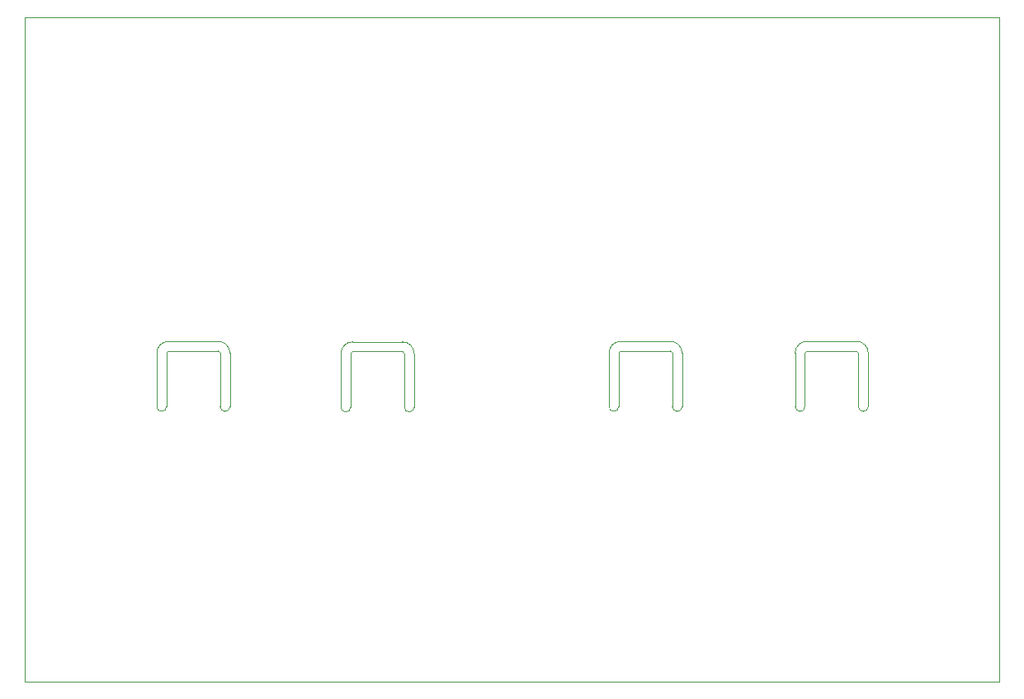
<source format=gbr>
%TF.GenerationSoftware,KiCad,Pcbnew,8.0.5*%
%TF.CreationDate,2025-03-13T20:37:10+01:00*%
%TF.ProjectId,esp32_blinds_controller,65737033-325f-4626-9c69-6e64735f636f,V0.2*%
%TF.SameCoordinates,Original*%
%TF.FileFunction,Profile,NP*%
%FSLAX46Y46*%
G04 Gerber Fmt 4.6, Leading zero omitted, Abs format (unit mm)*
G04 Created by KiCad (PCBNEW 8.0.5) date 2025-03-13 20:37:10*
%MOMM*%
%LPD*%
G01*
G04 APERTURE LIST*
%TA.AperFunction,Profile*%
%ADD10C,0.050000*%
%TD*%
%TA.AperFunction,Profile*%
%ADD11C,0.120000*%
%TD*%
G04 APERTURE END LIST*
D10*
X139900000Y-96448528D02*
G75*
G02*
X141099972Y-97648528I0J-1199972D01*
G01*
X167400000Y-96400000D02*
G75*
G02*
X168600000Y-97600000I0J-1200000D01*
G01*
X168600000Y-103100000D02*
G75*
G02*
X167600000Y-103100000I-500000J0D01*
G01*
X187700000Y-103100000D02*
X187700000Y-97600000D01*
X161100000Y-103100000D02*
X161100000Y-97600000D01*
X134600000Y-103148528D02*
X134600000Y-97648528D01*
X122200000Y-103100000D02*
G75*
G02*
X121200000Y-103100000I-500000J0D01*
G01*
X122200000Y-103100000D02*
X122200000Y-97600000D01*
X134800000Y-96448528D02*
X139900000Y-96448528D01*
X162300000Y-97400000D02*
X167400000Y-97400000D01*
X141100000Y-103148528D02*
X141100000Y-97648528D01*
X181200000Y-103100000D02*
G75*
G02*
X180200000Y-103100000I-500000J0D01*
G01*
X121000000Y-96400000D02*
G75*
G02*
X122200000Y-97600000I0J-1200000D01*
G01*
X181400000Y-97400000D02*
X186500000Y-97400000D01*
X162100000Y-97600000D02*
G75*
G02*
X162300000Y-97400000I200000J0D01*
G01*
X133600000Y-97648528D02*
G75*
G02*
X134800000Y-96448500I1200000J28D01*
G01*
X121200000Y-103100000D02*
X121200000Y-97600000D01*
X187700000Y-103100000D02*
G75*
G02*
X186700000Y-103100000I-500000J0D01*
G01*
X115900000Y-97400000D02*
X121000000Y-97400000D01*
X115700000Y-103100000D02*
X115700000Y-97600000D01*
X167400000Y-97400000D02*
G75*
G02*
X167600000Y-97600000I0J-200000D01*
G01*
X141100000Y-103148528D02*
G75*
G02*
X140100000Y-103148528I-500000J0D01*
G01*
X186700000Y-103100000D02*
X186700000Y-97600000D01*
X180200000Y-97600000D02*
G75*
G02*
X181400000Y-96400000I1200000J0D01*
G01*
X134800000Y-97448528D02*
X139900000Y-97448528D01*
X181200000Y-97600000D02*
G75*
G02*
X181400000Y-97400000I200000J0D01*
G01*
X186500000Y-97400000D02*
G75*
G02*
X186700000Y-97600000I0J-200000D01*
G01*
X162100000Y-103100000D02*
G75*
G02*
X161100000Y-103100000I-500000J0D01*
G01*
X139900000Y-97448528D02*
G75*
G02*
X140099972Y-97648528I0J-199972D01*
G01*
X115700000Y-103100000D02*
G75*
G02*
X114700000Y-103100000I-500000J0D01*
G01*
X186500000Y-96400000D02*
G75*
G02*
X187700000Y-97600000I0J-1200000D01*
G01*
X180200000Y-103100000D02*
X180200000Y-97600000D01*
X162100000Y-103100000D02*
X162100000Y-97600000D01*
X134600000Y-97648528D02*
G75*
G02*
X134800000Y-97448500I200000J28D01*
G01*
X115900000Y-96400000D02*
X121000000Y-96400000D01*
X121000000Y-97400000D02*
G75*
G02*
X121200000Y-97600000I0J-200000D01*
G01*
X140100000Y-103148528D02*
X140100000Y-97648528D01*
X181200000Y-103100000D02*
X181200000Y-97600000D01*
X114700000Y-103100000D02*
X114700000Y-97600000D01*
X168600000Y-103100000D02*
X168600000Y-97600000D01*
X162300000Y-96400000D02*
X167400000Y-96400000D01*
X167600000Y-103100000D02*
X167600000Y-97600000D01*
X161100000Y-97600000D02*
G75*
G02*
X162300000Y-96400000I1200000J0D01*
G01*
X134600000Y-103148528D02*
G75*
G02*
X133600000Y-103148528I-500000J0D01*
G01*
X181400000Y-96400000D02*
X186500000Y-96400000D01*
X115700000Y-97600000D02*
G75*
G02*
X115900000Y-97400000I200000J0D01*
G01*
X114700000Y-97600000D02*
G75*
G02*
X115900000Y-96400000I1200000J0D01*
G01*
X133600000Y-103148528D02*
X133600000Y-97648528D01*
D11*
%TO.C,MOD1*%
X101175000Y-63120000D02*
X101175000Y-131370000D01*
X101175000Y-131370000D02*
X201175000Y-131370000D01*
X201175000Y-63120000D02*
X101175000Y-63120000D01*
X201175000Y-131370000D02*
X201175000Y-63120000D01*
%TD*%
M02*

</source>
